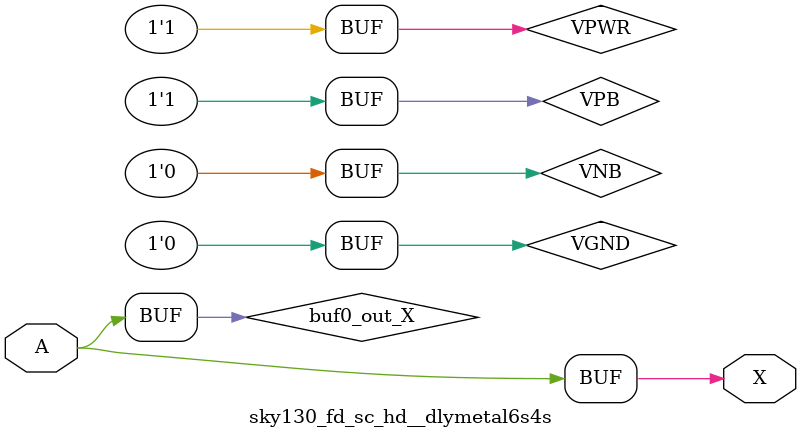
<source format=v>
/*
 * Copyright 2020 The SkyWater PDK Authors
 *
 * Licensed under the Apache License, Version 2.0 (the "License");
 * you may not use this file except in compliance with the License.
 * You may obtain a copy of the License at
 *
 *     https://www.apache.org/licenses/LICENSE-2.0
 *
 * Unless required by applicable law or agreed to in writing, software
 * distributed under the License is distributed on an "AS IS" BASIS,
 * WITHOUT WARRANTIES OR CONDITIONS OF ANY KIND, either express or implied.
 * See the License for the specific language governing permissions and
 * limitations under the License.
 *
 * SPDX-License-Identifier: Apache-2.0
*/


`ifndef SKY130_FD_SC_HD__DLYMETAL6S4S_BEHAVIORAL_V
`define SKY130_FD_SC_HD__DLYMETAL6S4S_BEHAVIORAL_V

/**
 * dlymetal6s4s: 6-inverter delay with output from 4th inverter on
 *               horizontal route.
 *
 * Verilog simulation functional model.
 */

`timescale 1ns / 1ps
`default_nettype none

`celldefine
module sky130_fd_sc_hd__dlymetal6s4s (
    X,
    A
);

    // Module ports
    output X;
    input  A;

    // Module supplies
    supply1 VPWR;
    supply0 VGND;
    supply1 VPB ;
    supply0 VNB ;

    // Local signals
    wire buf0_out_X;

    //  Name  Output      Other arguments
    buf buf0 (buf0_out_X, A              );
    buf buf1 (X         , buf0_out_X     );

endmodule
`endcelldefine

`default_nettype wire
`endif  // SKY130_FD_SC_HD__DLYMETAL6S4S_BEHAVIORAL_V
</source>
